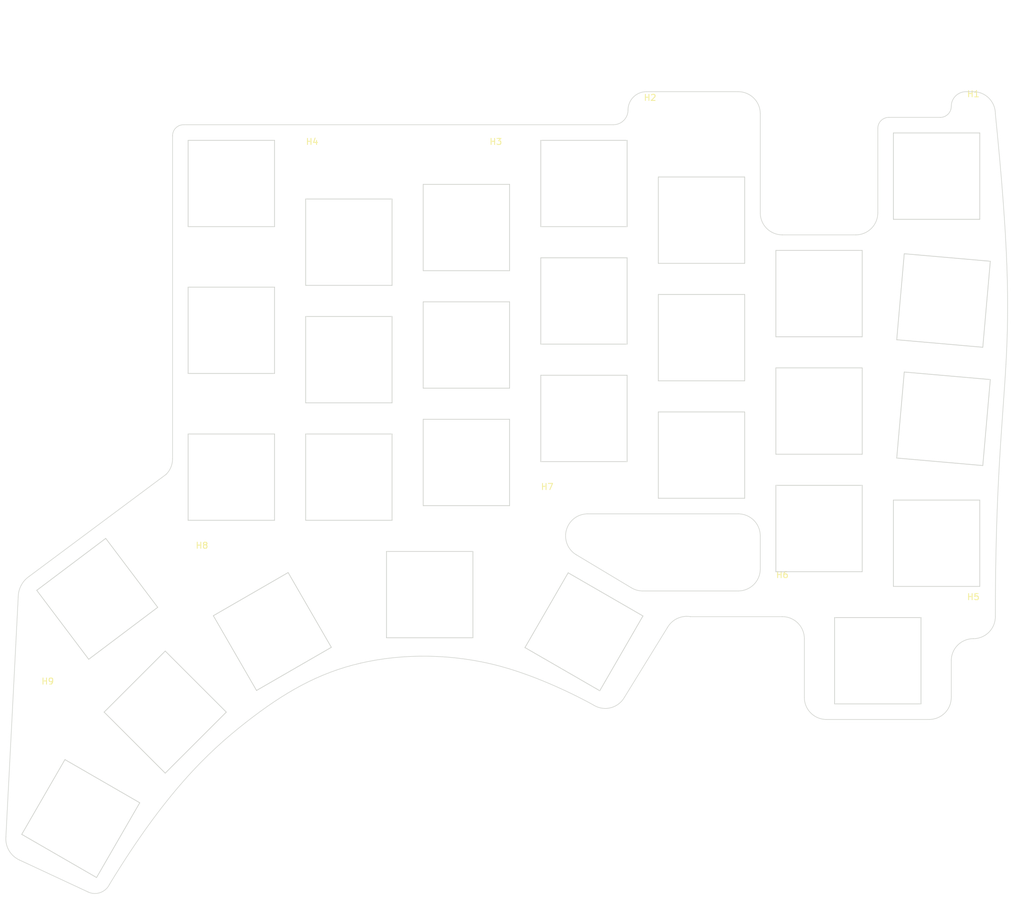
<source format=kicad_pcb>
(kicad_pcb (version 20221018) (generator pcbnew)
  (layers (0 "F.Cu" signal) (31 "B.Cu" signal) (34 "B.Paste" user) (35 "F.Paste" user) (36 "B.SilkS" user "B.Silkscreen") (37 "F.SilkS" user "F.Silkscreen") (38 "B.Mask" user) (39 "F.Mask" user) (44 "Edge.Cuts" user))
  (net 0 "")
  (footprint "pretty:SW_Hole" (layer "F.Cu") (at 63.793996 236.96352 30)
    (fp_text reference "S43" hide)
    (fp_text value "SW" hide)
    (fp_line (start -7 -7) (end -7 7) (stroke (width 0.12)) (layer "Edge.Cuts"))
    (fp_line (start -7 7) (end 7 7) (stroke (width 0.12)) (layer "Edge.Cuts"))
    (fp_line (start 7 -7) (end -7 -7) (stroke (width 0.12)) (layer "Edge.Cuts"))
    (fp_line (start 7 7) (end 7 -7) (stroke (width 0.12)) (layer "Edge.Cuts"))
  )
  (footprint "pretty:SW_Hole" (layer "F.Cu") (at 172.576196 183.28552 85)
    (fp_text reference "S10" hide)
    (fp_text value "SW" hide)
    (fp_line (start -7 -7) (end -7 7) (stroke (width 0.12)) (layer "Edge.Cuts"))
    (fp_line (start -7 7) (end 7 7) (stroke (width 0.12)) (layer "Edge.Cuts"))
    (fp_line (start 7 -7) (end -7 -7) (stroke (width 0.12)) (layer "Edge.Cuts"))
    (fp_line (start 7 7) (end 7 -7) (stroke (width 0.12)) (layer "Edge.Cuts"))
  )
  (footprint "pretty:SW_Hole" (layer "F.Cu") (at 133.350096 170.25952 180)
    (fp_text reference "S12" hide)
    (fp_text value "SW" hide)
    (fp_line (start -7 -7) (end -7 7) (stroke (width 0.12)) (layer "Edge.Cuts"))
    (fp_line (start -7 7) (end 7 7) (stroke (width 0.12)) (layer "Edge.Cuts"))
    (fp_line (start 7 -7) (end -7 -7) (stroke (width 0.12)) (layer "Edge.Cuts"))
    (fp_line (start 7 7) (end 7 -7) (stroke (width 0.12)) (layer "Edge.Cuts"))
  )
  (footprint "pretty:SW_Hole" (layer "F.Cu") (at 152.400096 201.21582)
    (fp_text reference "S21" hide)
    (fp_text value "SW" hide)
    (fp_line (start -7 -7) (end -7 7) (stroke (width 0.12)) (layer "Edge.Cuts"))
    (fp_line (start -7 7) (end 7 7) (stroke (width 0.12)) (layer "Edge.Cuts"))
    (fp_line (start 7 -7) (end -7 -7) (stroke (width 0.12)) (layer "Edge.Cuts"))
    (fp_line (start 7 7) (end 7 -7) (stroke (width 0.12)) (layer "Edge.Cuts"))
  )
  (footprint "pretty:SW_Hole" (layer "F.Cu") (at 95.250096 171.45022 180)
    (fp_text reference "S14" hide)
    (fp_text value "SW" hide)
    (fp_line (start -7 -7) (end -7 7) (stroke (width 0.12)) (layer "Edge.Cuts"))
    (fp_line (start -7 7) (end 7 7) (stroke (width 0.12)) (layer "Edge.Cuts"))
    (fp_line (start 7 -7) (end -7 -7) (stroke (width 0.12)) (layer "Edge.Cuts"))
    (fp_line (start 7 7) (end 7 -7) (stroke (width 0.12)) (layer "Edge.Cuts"))
  )
  (footprint "pretty:SW_Hole" (layer "F.Cu") (at 152.400096 220.26582)
    (fp_text reference "S31" hide)
    (fp_text value "SW" hide)
    (fp_line (start -7 -7) (end -7 7) (stroke (width 0.12)) (layer "Edge.Cuts"))
    (fp_line (start -7 7) (end 7 7) (stroke (width 0.12)) (layer "Edge.Cuts"))
    (fp_line (start 7 -7) (end -7 -7) (stroke (width 0.12)) (layer "Edge.Cuts"))
    (fp_line (start 7 7) (end 7 -7) (stroke (width 0.12)) (layer "Edge.Cuts"))
  )
  (footprint "MountingHole:MountingHole_2.2mm_M2" (layer "F.Cu") (at 100.012584 160.73451)
    (fp_text reference "H3" (at 0 -3.2) (layer "F.SilkS"))
    (fp_text value "MountingHole")
    (pad "" np_thru_hole circle locked (at 0 0) (size 2.2 2.2) (drill 2.2) (layers "*.Cu" "*.Mask"))
  )
  (footprint "pretty:SW_Hole" (layer "F.Cu") (at 171.450096 222.64702 90)
    (fp_text reference "S30" hide)
    (fp_text value "SW" hide)
    (fp_line (start -7 -7) (end -7 7) (stroke (width 0.12)) (layer "Edge.Cuts"))
    (fp_line (start -7 7) (end 7 7) (stroke (width 0.12)) (layer "Edge.Cuts"))
    (fp_line (start 7 -7) (end -7 -7) (stroke (width 0.12)) (layer "Edge.Cuts"))
    (fp_line (start 7 7) (end 7 -7) (stroke (width 0.12)) (layer "Edge.Cuts"))
  )
  (footprint "pretty:SW_Hole" (layer "F.Cu") (at 171.450096 163.11582 90)
    (fp_text reference "S0" hide)
    (fp_text value "SW" hide)
    (fp_line (start -7 -7) (end -7 7) (stroke (width 0.12)) (layer "Edge.Cuts"))
    (fp_line (start -7 7) (end 7 7) (stroke (width 0.12)) (layer "Edge.Cuts"))
    (fp_line (start 7 -7) (end -7 -7) (stroke (width 0.12)) (layer "Edge.Cuts"))
    (fp_line (start 7 7) (end 7 -7) (stroke (width 0.12)) (layer "Edge.Cuts"))
  )
  (footprint "MountingHole:MountingHole_2.2mm_M2" (layer "F.Cu") (at 52.387544 226.21894)
    (fp_text reference "H8" (at 0 -3.2) (layer "F.SilkS"))
    (fp_text value "MountingHole")
    (pad "" np_thru_hole circle locked (at 0 0) (size 2.2 2.2) (drill 2.2) (layers "*.Cu" "*.Mask"))
  )
  (footprint "pretty:SW_Hole" (layer "F.Cu") (at 89.296896 230.98152)
    (fp_text reference "S42" hide)
    (fp_text value "SW" hide)
    (fp_line (start -7 -7) (end -7 7) (stroke (width 0.12)) (layer "Edge.Cuts"))
    (fp_line (start -7 7) (end 7 7) (stroke (width 0.12)) (layer "Edge.Cuts"))
    (fp_line (start 7 -7) (end -7 -7) (stroke (width 0.12)) (layer "Edge.Cuts"))
    (fp_line (start 7 7) (end 7 -7) (stroke (width 0.12)) (layer "Edge.Cuts"))
  )
  (footprint "pretty:SW_Hole" (layer "F.Cu") (at 57.149996 211.93152 -90)
    (fp_text reference "S4" hide)
    (fp_text value "SW" hide)
    (fp_line (start -7 -7) (end -7 7) (stroke (width 0.12)) (layer "Edge.Cuts"))
    (fp_line (start -7 7) (end 7 7) (stroke (width 0.12)) (layer "Edge.Cuts"))
    (fp_line (start 7 -7) (end -7 -7) (stroke (width 0.12)) (layer "Edge.Cuts"))
    (fp_line (start 7 7) (end 7 -7) (stroke (width 0.12)) (layer "Edge.Cuts"))
  )
  (footprint "pretty:SW_Hole" (layer "F.Cu") (at 46.434396 250.03142 45)
    (fp_text reference "S44" hide)
    (fp_text value "SW" hide)
    (fp_line (start -7 -7) (end -7 7) (stroke (width 0.12)) (layer "Edge.Cuts"))
    (fp_line (start -7 7) (end 7 7) (stroke (width 0.12)) (layer "Edge.Cuts"))
    (fp_line (start 7 -7) (end -7 -7) (stroke (width 0.12)) (layer "Edge.Cuts"))
    (fp_line (start 7 7) (end 7 -7) (stroke (width 0.12)) (layer "Edge.Cuts"))
  )
  (footprint "pretty:SW_Hole" (layer "F.Cu") (at 32.742096 267.29562 60)
    (fp_text reference locked "S45" hide)
    (fp_text value "SW" hide)
    (fp_line (start -7 -7) (end -7 7) (stroke (width 0.12)) (layer "Edge.Cuts"))
    (fp_line (start -7 7) (end 7 7) (stroke (width 0.12)) (layer "Edge.Cuts"))
    (fp_line (start 7 -7) (end -7 -7) (stroke (width 0.12)) (layer "Edge.Cuts"))
    (fp_line (start 7 7) (end 7 -7) (stroke (width 0.12)) (layer "Edge.Cuts"))
  )
  (footprint "pretty:SW_Hole" (layer "F.Cu") (at 35.412796 231.66412 -143)
    (fp_text reference "S5" hide)
    (fp_text value "SW" hide)
    (fp_line (start -7 -7) (end -7 7) (stroke (width 0.12)) (layer "Edge.Cuts"))
    (fp_line (start -7 7) (end 7 7) (stroke (width 0.12)) (layer "Edge.Cuts"))
    (fp_line (start 7 -7) (end -7 -7) (stroke (width 0.12)) (layer "Edge.Cuts"))
    (fp_line (start 7 7) (end 7 -7) (stroke (width 0.12)) (layer "Edge.Cuts"))
  )
  (footprint "pretty:SW_Hole" (layer "F.Cu") (at 76.200096 211.93142)
    (fp_text reference "S35" hide)
    (fp_text value "SW" hide)
    (fp_line (start -7 -7) (end -7 7) (stroke (width 0.12)) (layer "Edge.Cuts"))
    (fp_line (start -7 7) (end 7 7) (stroke (width 0.12)) (layer "Edge.Cuts"))
    (fp_line (start 7 -7) (end -7 -7) (stroke (width 0.12)) (layer "Edge.Cuts"))
    (fp_line (start 7 7) (end 7 -7) (stroke (width 0.12)) (layer "Edge.Cuts"))
  )
  (footprint "pretty:SW_Hole" (layer "F.Cu") (at 114.300096 202.40642)
    (fp_text reference "S33" hide)
    (fp_text value "SW" hide)
    (fp_line (start -7 -7) (end -7 7) (stroke (width 0.12)) (layer "Edge.Cuts"))
    (fp_line (start -7 7) (end 7 7) (stroke (width 0.12)) (layer "Edge.Cuts"))
    (fp_line (start 7 -7) (end -7 -7) (stroke (width 0.12)) (layer "Edge.Cuts"))
    (fp_line (start 7 7) (end 7 -7) (stroke (width 0.12)) (layer "Edge.Cuts"))
  )
  (footprint "pretty:SW_Hole" (layer "F.Cu") (at 95.250096 190.50022)
    (fp_text reference "S24" hide)
    (fp_text value "SW" hide)
    (fp_line (start -7 -7) (end -7 7) (stroke (width 0.12)) (layer "Edge.Cuts"))
    (fp_line (start -7 7) (end 7 7) (stroke (width 0.12)) (layer "Edge.Cuts"))
    (fp_line (start 7 -7) (end -7 -7) (stroke (width 0.12)) (layer "Edge.Cuts"))
    (fp_line (start 7 7) (end 7 -7) (stroke (width 0.12)) (layer "Edge.Cuts"))
  )
  (footprint "MountingHole:MountingHole_2.2mm_M2" (layer "F.Cu") (at 146.446998 230.981444)
    (fp_text reference "H6" (at 0 -3.2) (layer "F.SilkS"))
    (fp_text value "MountingHole")
    (pad "" np_thru_hole circle locked (at 0 0) (size 2.2 2.2) (drill 2.2) (layers "*.Cu" "*.Mask"))
  )
  (footprint "pretty:SW_Hole" (layer "F.Cu") (at 76.200096 192.88142)
    (fp_text reference "S25" hide)
    (fp_text value "SW" hide)
    (fp_line (start -7 -7) (end -7 7) (stroke (width 0.12)) (layer "Edge.Cuts"))
    (fp_line (start -7 7) (end 7 7) (stroke (width 0.12)) (layer "Edge.Cuts"))
    (fp_line (start 7 -7) (end -7 -7) (stroke (width 0.12)) (layer "Edge.Cuts"))
    (fp_line (start 7 7) (end 7 -7) (stroke (width 0.12)) (layer "Edge.Cuts"))
  )
  (footprint "pretty:SW_Hole" (layer "F.Cu") (at 114.300096 183.35642)
    (fp_text reference "S23" hide)
    (fp_text value "SW" hide)
    (fp_line (start -7 -7) (end -7 7) (stroke (width 0.12)) (layer "Edge.Cuts"))
    (fp_line (start -7 7) (end 7 7) (stroke (width 0.12)) (layer "Edge.Cuts"))
    (fp_line (start 7 -7) (end -7 -7) (stroke (width 0.12)) (layer "Edge.Cuts"))
    (fp_line (start 7 7) (end 7 -7) (stroke (width 0.12)) (layer "Edge.Cuts"))
  )
  (footprint "MountingHole:MountingHole_2.2mm_M2" (layer "F.Cu") (at 27.384398 248.245521)
    (fp_text reference "H9" (at 0 -3.2) (layer "F.SilkS"))
    (fp_text value "MountingHole")
    (pad "" np_thru_hole circle locked (at 0 0) (size 2.2 2.2) (drill 2.2) (layers "*.Cu" "*.Mask"))
  )
  (footprint "MountingHole:MountingHole_2.2mm_M2" (layer "F.Cu") (at 125.01573 153.590754)
    (fp_text reference "H2" (at 0 -3.2) (layer "F.SilkS"))
    (fp_text value "MountingHole")
    (pad "" np_thru_hole circle locked (at 0 0) (size 2.2 2.2) (drill 2.2) (layers "*.Cu" "*.Mask"))
  )
  (footprint "MountingHole:MountingHole_2.2mm_M2" (layer "F.Cu") (at 177.403274 152.995441)
    (fp_text reference "H1" (at 0 -3.2) (layer "F.SilkS"))
    (fp_text value "MountingHole")
    (pad "" np_thru_hole circle locked (at 0 0) (size 2.2 2.2) (drill 2.2) (layers "*.Cu" "*.Mask"))
  )
  (footprint "pretty:SW_Hole" (layer "F.Cu") (at 133.350096 189.30952)
    (fp_text reference "S22" hide)
    (fp_text value "SW" hide)
    (fp_line (start -7 -7) (end -7 7) (stroke (width 0.12)) (layer "Edge.Cuts"))
    (fp_line (start -7 7) (end 7 7) (stroke (width 0.12)) (layer "Edge.Cuts"))
    (fp_line (start 7 -7) (end -7 -7) (stroke (width 0.12)) (layer "Edge.Cuts"))
    (fp_line (start 7 7) (end 7 -7) (stroke (width 0.12)) (layer "Edge.Cuts"))
  )
  (footprint "MountingHole:MountingHole_2.2mm_M2" (layer "F.Cu") (at 177.403274 234.553322)
    (fp_text reference "H5" (at 0 -3.2) (layer "F.SilkS"))
    (fp_text value "MountingHole")
    (pad "" np_thru_hole circle locked (at 0 0) (size 2.2 2.2) (drill 2.2) (layers "*.Cu" "*.Mask"))
  )
  (footprint "pretty:SW_Hole" (layer "F.Cu") (at 57.150096 164.30642 -90)
    (fp_text reference "S2" hide)
    (fp_text value "SW" hide)
    (fp_line (start -7 -7) (end -7 7) (stroke (width 0.12)) (layer "Edge.Cuts"))
    (fp_line (start -7 7) (end 7 7) (stroke (width 0.12)) (layer "Edge.Cuts"))
    (fp_line (start 7 -7) (end -7 -7) (stroke (width 0.12)) (layer "Edge.Cuts"))
    (fp_line (start 7 7) (end 7 -7) (stroke (width 0.12)) (layer "Edge.Cuts"))
  )
  (footprint "pretty:SW_Hole" (layer "F.Cu") (at 76.200096 173.83142 180)
    (fp_text reference "S15" hide)
    (fp_text value "SW" hide)
    (fp_line (start -7 -7) (end -7 7) (stroke (width 0.12)) (layer "Edge.Cuts"))
    (fp_line (start -7 7) (end 7 7) (stroke (width 0.12)) (layer "Edge.Cuts"))
    (fp_line (start 7 -7) (end -7 -7) (stroke (width 0.12)) (layer "Edge.Cuts"))
    (fp_line (start 7 7) (end 7 -7) (stroke (width 0.12)) (layer "Edge.Cuts"))
  )
  (footprint "pretty:SW_Hole" (layer "F.Cu") (at 95.250096 209.55022)
    (fp_text reference "S34" hide)
    (fp_text value "SW" hide)
    (fp_line (start -7 -7) (end -7 7) (stroke (width 0.12)) (layer "Edge.Cuts"))
    (fp_line (start -7 7) (end 7 7) (stroke (width 0.12)) (layer "Edge.Cuts"))
    (fp_line (start 7 -7) (end -7 -7) (stroke (width 0.12)) (layer "Edge.Cuts"))
    (fp_line (start 7 7) (end 7 -7) (stroke (width 0.12)) (layer "Edge.Cuts"))
  )
  (footprint "pretty:SW_Hole" (layer "F.Cu") (at 133.350096 208.35952)
    (fp_text reference "S32" hide)
    (fp_text value "SW" hide)
    (fp_line (start -7 -7) (end -7 7) (stroke (width 0.12)) (layer "Edge.Cuts"))
    (fp_line (start -7 7) (end 7 7) (stroke (width 0.12)) (layer "Edge.Cuts"))
    (fp_line (start 7 -7) (end -7 -7) (stroke (width 0.12)) (layer "Edge.Cuts"))
    (fp_line (start 7 7) (end 7 -7) (stroke (width 0.12)) (layer "Edge.Cuts"))
  )
  (footprint "pretty:SW_Hole" (layer "F.Cu") (at 172.576196 202.46832 85)
    (fp_text reference "S20" hide)
    (fp_text value "SW" hide)
    (fp_line (start -7 -7) (end -7 7) (stroke (width 0.12)) (layer "Edge.Cuts"))
    (fp_line (start -7 7) (end 7 7) (stroke (width 0.12)) (layer "Edge.Cuts"))
    (fp_line (start 7 -7) (end -7 -7) (stroke (width 0.12)) (layer "Edge.Cuts"))
    (fp_line (start 7 7) (end 7 -7) (stroke (width 0.12)) (layer "Edge.Cuts"))
  )
  (footprint "pretty:SW_Hole" (layer "F.Cu") (at 57.150096 188.11892 -90)
    (fp_text reference "S3" hide)
    (fp_text value "SW" hide)
    (fp_line (start -7 -7) (end -7 7) (stroke (width 0.12)) (layer "Edge.Cuts"))
    (fp_line (start -7 7) (end 7 7) (stroke (width 0.12)) (layer "Edge.Cuts"))
    (fp_line (start 7 -7) (end -7 -7) (stroke (width 0.12)) (layer "Edge.Cuts"))
    (fp_line (start 7 7) (end 7 -7) (stroke (width 0.12)) (layer "Edge.Cuts"))
  )
  (footprint "pretty:SW_Hole" (layer "F.Cu") (at 114.299996 237.00572 -30)
    (fp_text reference locked "S41" hide)
    (fp_text value "SW" hide)
    (fp_line (start -7 -7) (end -7 7) (stroke (width 0.12)) (layer "Edge.Cuts"))
    (fp_line (start -7 7) (end 7 7) (stroke (width 0.12)) (layer "Edge.Cuts"))
    (fp_line (start 7 -7) (end -7 -7) (stroke (width 0.12)) (layer "Edge.Cuts"))
    (fp_line (start 7 7) (end 7 -7) (stroke (width 0.12)) (layer "Edge.Cuts"))
  )
  (footprint "pretty:SW_Hole" (layer "F.Cu") (at 161.925096 241.69712)
    (fp_text reference "S40" hide)
    (fp_text value "SW" hide)
    (fp_line (start -7 -7) (end -7 7) (stroke (width 0.12)) (layer "Edge.Cuts"))
    (fp_line (start -7 7) (end 7 7) (stroke (width 0.12)) (layer "Edge.Cuts"))
    (fp_line (start 7 -7) (end -7 -7) (stroke (width 0.12)) (layer "Edge.Cuts"))
    (fp_line (start 7 7) (end 7 -7) (stroke (width 0.12)) (layer "Edge.Cuts"))
  )
  (footprint "MountingHole:MountingHole_2.2mm_M2" (layer "F.Cu") (at 70.246934 160.73451)
    (fp_text reference "H4" (at 0 -3.2) (layer "F.SilkS"))
    (fp_text value "MountingHole")
    (pad "" np_thru_hole circle locked (at 0 0) (size 2.2 2.2) (drill 2.2) (layers "*.Cu" "*.Mask"))
  )
  (footprint "pretty:SW_Hole" (layer "F.Cu") (at 152.400096 182.16582 180)
    (fp_text reference "S11" hide)
    (fp_text value "SW" hide)
    (fp_line (start -7 -7) (end -7 7) (stroke (width 0.12)) (layer "Edge.Cuts"))
    (fp_line (start -7 7) (end 7 7) (stroke (width 0.12)) (layer "Edge.Cuts"))
    (fp_line (start 7 -7) (end -7 -7) (stroke (width 0.12)) (layer "Edge.Cuts"))
    (fp_line (start 7 7) (end 7 -7) (stroke (width 0.12)) (layer "Edge.Cuts"))
  )
  (footprint "pretty:SW_Hole" (layer "F.Cu") (at 114.300096 164.30642 180)
    (fp_text reference "S13" hide)
    (fp_text value "SW" hide)
    (fp_line (start -7 -7) (end -7 7) (stroke (width 0.12)) (layer "Edge.Cuts"))
    (fp_line (start -7 7) (end 7 7) (stroke (width 0.12)) (layer "Edge.Cuts"))
    (fp_line (start 7 -7) (end -7 -7) (stroke (width 0.12)) (layer "Edge.Cuts"))
    (fp_line (start 7 7) (end 7 -7) (stroke (width 0.12)) (layer "Edge.Cuts"))
  )
  (footprint "MountingHole:MountingHole_2.2mm_M2" (layer "F.Cu") (at 108.346966 216.693932)
    (fp_text reference "H7" (at 0 -3.2) (layer "F.SilkS"))
    (fp_text value "MountingHole")
    (pad "" np_thru_hole circle locked (at 0 0) (size 2.2 2.2) (drill 2.2) (layers "*.Cu" "*.Mask"))
  )
  (gr_arc (start 180.975 234.553) (mid 179.928959 237.078866) (end 177.403194 238.125153) (stroke (width 0.1)) (layer "Edge.Cuts"))
  (gr_line (start 150.018829 247.650208) (end 150.018844 238.1252) (stroke (width 0.1)) (layer "Edge.Cuts"))
  (gr_arc (start 139.303195 149.423563) (mid 141.828967 150.469683) (end 142.87512 152.995441) (stroke (width 0.1)) (layer "Edge.Cuts"))
  (gr_curve (pts (xy 180.975 234.553) (xy 180.975 213.122) (xy 182.154279 203.312953) (xy 182.693305 193.623434)) (stroke (width 0.1)) (layer "Edge.Cuts"))
  (gr_line (start 161.925136 169.068892) (end 161.925098 155.37667) (stroke (width 0.1)) (layer "Edge.Cuts"))
  (gr_arc (start 142.87512 226.814206) (mid 141.828924 229.339901) (end 139.303242 230.386131) (stroke (width 0.1)) (layer "Edge.Cuts"))
  (gr_curve (pts (xy 78.0852 242.0935) (xy 84.931267 240.506) (xy 93.067133 240.506) (xy 100.82663 242.61875)) (stroke (width 0.1)) (layer "Edge.Cuts"))
  (gr_arc (start 161.925098 155.37667) (mid 162.448176 154.113788) (end 163.711075 153.590754) (stroke (width 0.1)) (layer "Edge.Cuts"))
  (gr_arc (start 173.831396 151.804815) (mid 173.308318 153.067697) (end 172.045419 153.590731) (stroke (width 0.1)) (layer "Edge.Cuts"))
  (gr_line (start 142.875142 221.456469) (end 142.87512 226.814206) (stroke (width 0.1)) (layer "Edge.Cuts"))
  (gr_curve (pts (xy 37.402744 277.959) (xy 46.4344 263.128) (xy 53.2805 256.5795) (xy 59.481683 251.71775)) (stroke (width 0.1)) (layer "Edge.Cuts"))
  (gr_arc (start 37.402744 277.959) (mid 35.922953 279.292809) (end 33.932841 279.201797) (stroke (width 0.1)) (layer "Edge.Cuts"))
  (gr_arc (start 173.831396 151.804815) (mid 174.52892 150.120944) (end 176.212851 149.423563) (stroke (width 0.1)) (layer "Edge.Cuts"))
  (gr_arc (start 120.848539 247.650208) (mid 118.679537 249.314116) (end 115.969255 248.957) (stroke (width 0.1)) (layer "Edge.Cuts"))
  (gr_line (start 153.590754 251.222086) (end 170.259518 251.222133) (stroke (width 0.1)) (layer "Edge.Cuts"))
  (gr_arc (start 121.443591 152.400169) (mid 120.746216 154.08385) (end 119.0626 154.78138) (stroke (width 0.1)) (layer "Edge.Cuts"))
  (gr_arc (start 47.625002 156.567296) (mid 48.148095 155.304429) (end 49.410979 154.78138) (stroke (width 0.1)) (layer "Edge.Cuts"))
  (gr_line (start 142.87512 152.995441) (end 142.875073 169.068892) (stroke (width 0.1)) (layer "Edge.Cuts"))
  (gr_arc (start 113.057693 224.519295) (mid 111.453138 220.502982) (end 114.895409 217.884559) (stroke (width 0.1)) (layer "Edge.Cuts"))
  (gr_arc (start 161.925136 169.068892) (mid 160.879016 171.594664) (end 158.353258 172.640817) (stroke (width 0.1)) (layer "Edge.Cuts"))
  (gr_arc (start 153.590754 251.222086) (mid 151.064986 250.175963) (end 150.018829 247.650208) (stroke (width 0.1)) (layer "Edge.Cuts"))
  (gr_arc (start 22.607999 231.412198) (mid 23.085608 229.485465) (end 24.407833 228.004879) (stroke (width 0.1)) (layer "Edge.Cuts"))
  (gr_arc (start 146.446998 172.64077) (mid 143.921226 171.59465) (end 142.875073 169.068892) (stroke (width 0.1)) (layer "Edge.Cuts"))
  (gr_line (start 120.848539 247.650208) (end 127.832864 236.31461) (stroke (width 0.1)) (layer "Edge.Cuts"))
  (gr_line (start 22.790864 274.006711) (end 33.932841 279.201797) (stroke (width 0.1)) (layer "Edge.Cuts"))
  (gr_line (start 173.831396 247.650208) (end 173.831316 241.697078) (stroke (width 0.1)) (layer "Edge.Cuts"))
  (gr_curve (pts (xy 100.82663 242.61875) (xy 108.586128 244.7315) (xy 115.969255 248.957) (xy 115.969255 248.957)) (stroke (width 0.1)) (layer "Edge.Cuts"))
  (gr_line (start 124.420417 149.423563) (end 139.303195 149.423563) (stroke (width 0.1)) (layer "Edge.Cuts"))
  (gr_arc (start 47.62504 208.954863) (mid 47.353122 210.321754) (end 46.578846 211.480559) (stroke (width 0.1)) (layer "Edge.Cuts"))
  (gr_curve (pts (xy 59.481683 251.71775) (xy 65.682867 246.856) (xy 71.239133 243.681) (xy 78.0852 242.0935)) (stroke (width 0.1)) (layer "Edge.Cuts"))
  (gr_line (start 24.407833 228.004879) (end 46.578846 211.480559) (stroke (width 0.1)) (layer "Edge.Cuts"))
  (gr_arc (start 173.831316 241.697078) (mid 174.877494 239.171365) (end 177.403194 238.125153) (stroke (width 0.1)) (layer "Edge.Cuts"))
  (gr_line (start 176.212851 149.423563) (end 177.402958 149.423848) (stroke (width 0.1)) (layer "Edge.Cuts"))
  (gr_curve (pts (xy 182.693305 193.623434) (xy 183.23233 183.933914) (xy 183.131104 174.363922) (xy 180.975 152.996)) (stroke (width 0.1)) (layer "Edge.Cuts"))
  (gr_arc (start 123.825104 230.386131) (mid 122.87165 230.256525) (end 121.987388 229.877113) (stroke (width 0.1)) (layer "Edge.Cuts"))
  (gr_line (start 119.0626 154.78138) (end 49.410979 154.78138) (stroke (width 0.1)) (layer "Edge.Cuts"))
  (gr_line (start 146.446919 234.553322) (end 131.564173 234.553323) (stroke (width 0.1)) (layer "Edge.Cuts"))
  (gr_arc (start 127.832864 236.31461) (mid 129.423124 234.850539) (end 131.564173 234.553323) (stroke (width 0.1)) (layer "Edge.Cuts"))
  (gr_line (start 146.446998 172.64077) (end 158.353258 172.640817) (stroke (width 0.1)) (layer "Edge.Cuts"))
  (gr_arc (start 22.790864 274.006711) (mid 21.111019 272.472748) (end 20.61189 270.253335) (stroke (width 0.1)) (layer "Edge.Cuts"))
  (gr_arc (start 139.303242 217.884558) (mid 141.828978 218.93073) (end 142.875142 221.456469) (stroke (width 0.1)) (layer "Edge.Cuts"))
  (gr_line (start 139.303242 230.386131) (end 123.825104 230.386131) (stroke (width 0.1)) (layer "Edge.Cuts"))
  (gr_arc (start 121.443591 152.400169) (mid 122.315564 150.295381) (end 124.420417 149.423563) (stroke (width 0.1)) (layer "Edge.Cuts"))
  (gr_line (start 47.625002 156.567296) (end 47.62504 208.954863) (stroke (width 0.1)) (layer "Edge.Cuts"))
  (gr_line (start 139.303242 217.884558) (end 114.895409 217.884559) (stroke (width 0.1)) (layer "Edge.Cuts"))
  (gr_arc (start 173.831396 247.650208) (mid 172.785255 250.175959) (end 170.259518 251.222133) (stroke (width 0.1)) (layer "Edge.Cuts"))
  (gr_arc (start 177.402958 149.423848) (mid 179.928902 150.470041) (end 180.975052 152.996003) (stroke (width 0.1)) (layer "Edge.Cuts"))
  (gr_line (start 172.045419 153.590731) (end 163.711075 153.590754) (stroke (width 0.1)) (layer "Edge.Cuts"))
  (gr_arc (start 146.446919 234.553322) (mid 148.972667 235.599466) (end 150.018844 238.1252) (stroke (width 0.1)) (layer "Edge.Cuts"))
  (gr_line (start 22.607999 231.412198) (end 20.61189 270.253335) (stroke (width 0.1)) (layer "Edge.Cuts"))
  (gr_line (start 113.057693 224.519295) (end 121.987388 229.877113) (stroke (width 0.1)) (layer "Edge.Cuts"))
)
</source>
